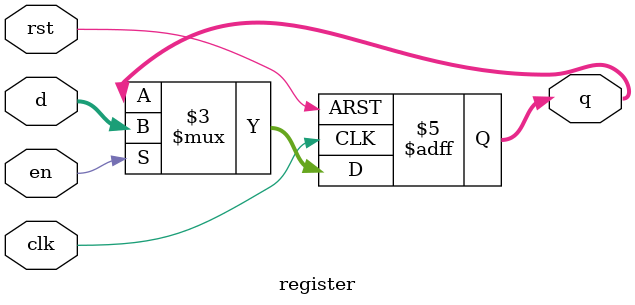
<source format=v>


module register #(
    parameter WIDTH = 8 // Valoare default pentru lățime, poate fi suprascrisă la instanțiere
) (
    input                   clk,
    input                   rst, // Reset activ pe LOW
    input                   en,
    input      [WIDTH-1:0]  d,
    output reg [WIDTH-1:0]  q
);

    // Comportamentul registrului:
    // - La reset (rst = 0), ieșirea q devine 0.
    // - La frontul negativ al ceasului (negedge clk):
    //   - Dacă resetul nu este activ (rst = 1) ȘI enable-ul este activ (en = 1),
    //     atunci ieșirea q preia valoarea intrării d.
    //   - Altfel, q își menține valoarea anterioară (dacă nu e reset).
    always @(posedge clk or negedge rst) begin
        if (!rst) begin // Reset asincron, activ pe LOW
            q <= {WIDTH{1'b0}}; // Setează toți biții la 0
        end else if (en) begin // Actualizare sincronă pe frontul negativ al ceasului, dacă enable este activ
            q <= d;
        end
        // Implicit: dacă rst este 1 și en este 0, q își menține valoarea 
    end

endmodule

</source>
